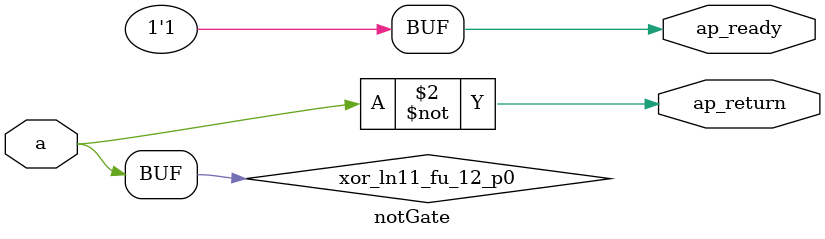
<source format=v>

`timescale 1 ns / 1 ps 

module notGate (
        ap_ready,
        a,
        ap_return
);


output   ap_ready;
input   a;
output  [0:0] ap_return;

wire   [0:0] xor_ln11_fu_12_p0;

assign ap_ready = 1'b1;

assign ap_return = (xor_ln11_fu_12_p0 ^ 1'd1);

assign xor_ln11_fu_12_p0 = a;

endmodule //notGate

</source>
